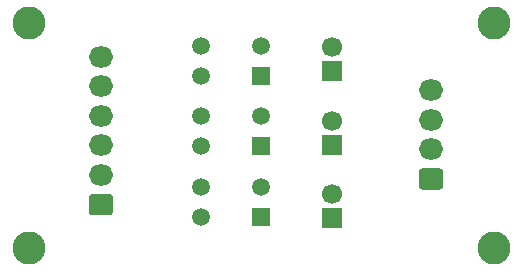
<source format=gbr>
%TF.GenerationSoftware,KiCad,Pcbnew,5.1.6-c6e7f7d~87~ubuntu18.04.1*%
%TF.CreationDate,2021-09-19T16:35:13+09:00*%
%TF.ProjectId,M921-SS,4d393231-2d53-4532-9e6b-696361645f70,1.00*%
%TF.SameCoordinates,Original*%
%TF.FileFunction,Soldermask,Top*%
%TF.FilePolarity,Negative*%
%FSLAX46Y46*%
G04 Gerber Fmt 4.6, Leading zero omitted, Abs format (unit mm)*
G04 Created by KiCad (PCBNEW 5.1.6-c6e7f7d~87~ubuntu18.04.1) date 2021-09-19 16:35:13*
%MOMM*%
%LPD*%
G01*
G04 APERTURE LIST*
%ADD10C,2.800000*%
%ADD11O,2.050000X1.800000*%
%ADD12C,1.500000*%
%ADD13R,1.500000X1.500000*%
%ADD14C,1.700000*%
%ADD15R,1.700000X1.700000*%
G04 APERTURE END LIST*
D10*
%TO.C,REF\u002A\u002A*%
X80010000Y-53975000D03*
%TD*%
%TO.C,REF\u002A\u002A*%
X80010000Y-73025000D03*
%TD*%
%TO.C,REF\u002A\u002A*%
X119380000Y-73025000D03*
%TD*%
%TO.C,REF\u002A\u002A*%
X119380000Y-53975000D03*
%TD*%
D11*
%TO.C,J2*%
X114046000Y-59683000D03*
X114046000Y-62183000D03*
X114046000Y-64683000D03*
G36*
G01*
X114806294Y-68083000D02*
X113285706Y-68083000D01*
G75*
G02*
X113021000Y-67818294I0J264706D01*
G01*
X113021000Y-66547706D01*
G75*
G02*
X113285706Y-66283000I264706J0D01*
G01*
X114806294Y-66283000D01*
G75*
G02*
X115071000Y-66547706I0J-264706D01*
G01*
X115071000Y-67818294D01*
G75*
G02*
X114806294Y-68083000I-264706J0D01*
G01*
G37*
%TD*%
%TO.C,J1*%
X86106000Y-56842000D03*
X86106000Y-59342000D03*
X86106000Y-61842000D03*
X86106000Y-64342000D03*
X86106000Y-66842000D03*
G36*
G01*
X86866294Y-70242000D02*
X85345706Y-70242000D01*
G75*
G02*
X85081000Y-69977294I0J264706D01*
G01*
X85081000Y-68706706D01*
G75*
G02*
X85345706Y-68442000I264706J0D01*
G01*
X86866294Y-68442000D01*
G75*
G02*
X87131000Y-68706706I0J-264706D01*
G01*
X87131000Y-69977294D01*
G75*
G02*
X86866294Y-70242000I-264706J0D01*
G01*
G37*
%TD*%
D12*
%TO.C,D3*%
X94615000Y-58420000D03*
X99695000Y-55880000D03*
X94615000Y-55880000D03*
D13*
X99695000Y-58420000D03*
%TD*%
D12*
%TO.C,D2*%
X94615000Y-64389000D03*
X99695000Y-61849000D03*
X94615000Y-61849000D03*
D13*
X99695000Y-64389000D03*
%TD*%
D12*
%TO.C,D1*%
X94615000Y-70358000D03*
X99695000Y-67818000D03*
X94615000Y-67818000D03*
D13*
X99695000Y-70358000D03*
%TD*%
D14*
%TO.C,C3*%
X105664000Y-56039000D03*
D15*
X105664000Y-58039000D03*
%TD*%
D14*
%TO.C,C2*%
X105664000Y-62262000D03*
D15*
X105664000Y-64262000D03*
%TD*%
D14*
%TO.C,C1*%
X105664000Y-68485000D03*
D15*
X105664000Y-70485000D03*
%TD*%
M02*

</source>
